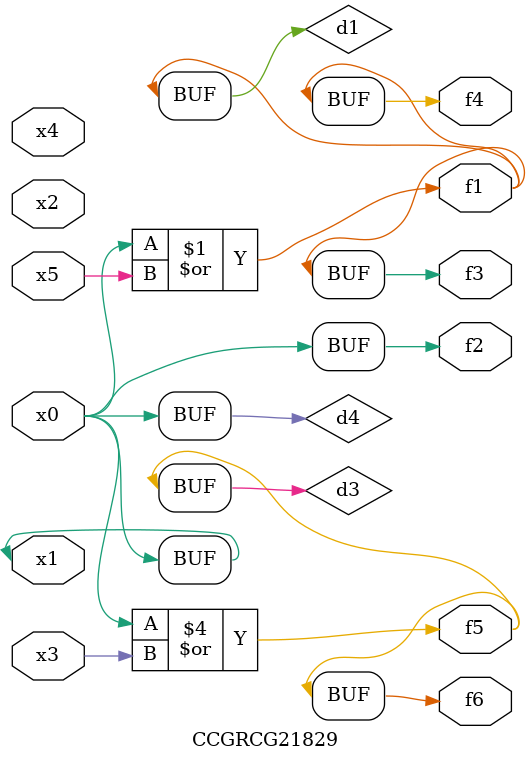
<source format=v>
module CCGRCG21829(
	input x0, x1, x2, x3, x4, x5,
	output f1, f2, f3, f4, f5, f6
);

	wire d1, d2, d3, d4;

	or (d1, x0, x5);
	xnor (d2, x1, x4);
	or (d3, x0, x3);
	buf (d4, x0, x1);
	assign f1 = d1;
	assign f2 = d4;
	assign f3 = d1;
	assign f4 = d1;
	assign f5 = d3;
	assign f6 = d3;
endmodule

</source>
